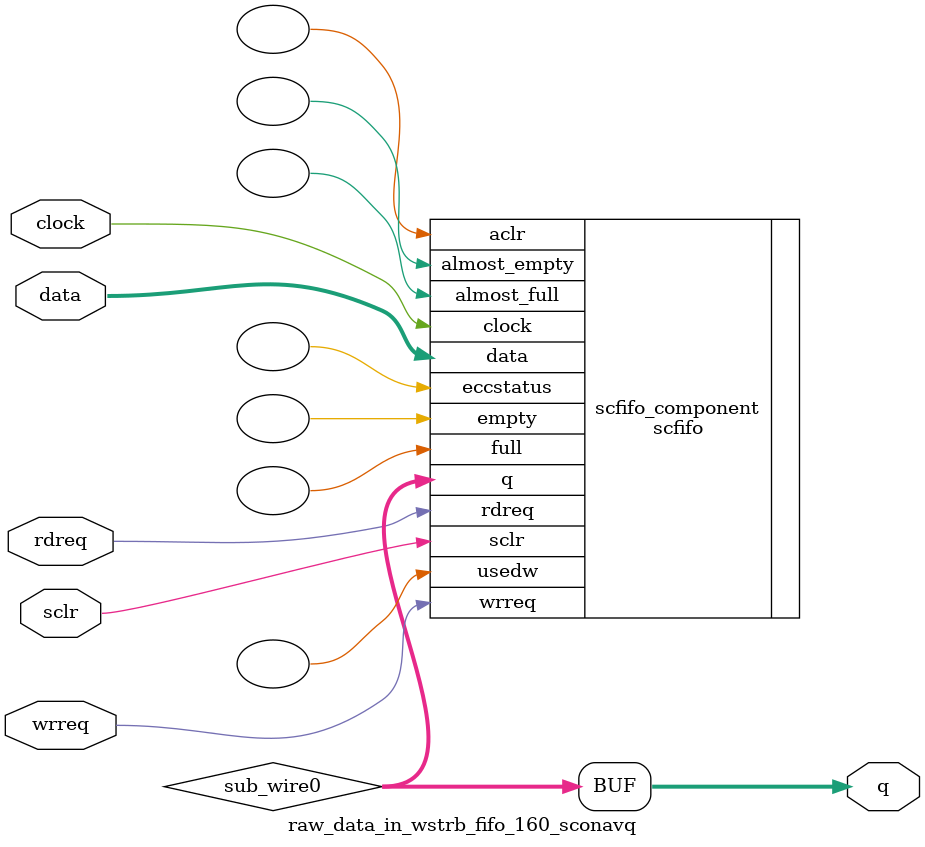
<source format=v>



`timescale 1 ps / 1 ps
// synopsys translate_on
module  raw_data_in_wstrb_fifo_160_sconavq  (
    clock,
    data,
    rdreq,
    sclr,
    wrreq,
    q);

    input    clock;
    input  [3:0]  data;
    input    rdreq;
    input    sclr;
    input    wrreq;
    output [3:0]  q;

    wire [3:0] sub_wire0;
    wire [3:0] q = sub_wire0[3:0];

    scfifo  scfifo_component (
                .clock (clock),
                .data (data),
                .rdreq (rdreq),
                .sclr (sclr),
                .wrreq (wrreq),
                .q (sub_wire0),
                .aclr (),
                .almost_empty (),
                .almost_full (),
                .eccstatus (),
                .empty (),
                .full (),
                .usedw ());
    defparam
        scfifo_component.add_ram_output_register  = "ON",
        scfifo_component.enable_ecc  = "FALSE",
        scfifo_component.intended_device_family  = "Arria 10",
        scfifo_component.lpm_numwords  = 1024,
        scfifo_component.lpm_showahead  = "OFF",
        scfifo_component.lpm_type  = "scfifo",
        scfifo_component.lpm_width  = 4,
        scfifo_component.lpm_widthu  = 10,
        scfifo_component.overflow_checking  = "ON",
        scfifo_component.underflow_checking  = "ON",
        scfifo_component.use_eab  = "ON";


endmodule



</source>
